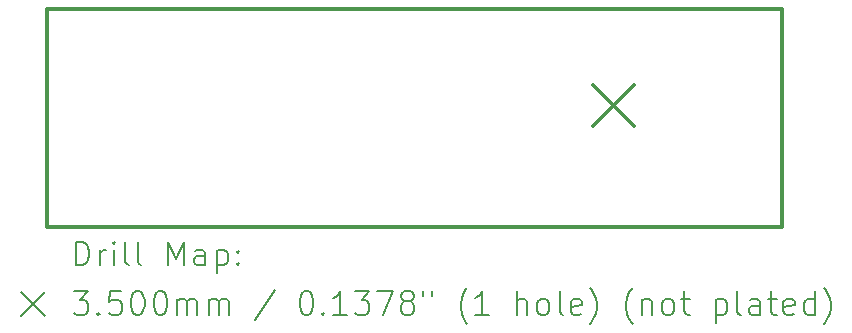
<source format=gbr>
%TF.GenerationSoftware,KiCad,Pcbnew,9.0.6*%
%TF.CreationDate,2025-11-17T11:05:30-05:00*%
%TF.ProjectId,vldo,766c646f-2e6b-4696-9361-645f70636258,0.1*%
%TF.SameCoordinates,Original*%
%TF.FileFunction,Drillmap*%
%TF.FilePolarity,Positive*%
%FSLAX45Y45*%
G04 Gerber Fmt 4.5, Leading zero omitted, Abs format (unit mm)*
G04 Created by KiCad (PCBNEW 9.0.6) date 2025-11-17 11:05:30*
%MOMM*%
%LPD*%
G01*
G04 APERTURE LIST*
%ADD10C,0.304800*%
%ADD11C,0.200000*%
%ADD12C,0.350000*%
G04 APERTURE END LIST*
D10*
X10731500Y-6858000D02*
X16954500Y-6858000D01*
X16954500Y-8699500D01*
X10731500Y-8699500D01*
X10731500Y-6858000D01*
D11*
D12*
X15354475Y-7495800D02*
X15704475Y-7845800D01*
X15704475Y-7495800D02*
X15354475Y-7845800D01*
D11*
X10977037Y-9026224D02*
X10977037Y-8826224D01*
X10977037Y-8826224D02*
X11024656Y-8826224D01*
X11024656Y-8826224D02*
X11053227Y-8835748D01*
X11053227Y-8835748D02*
X11072275Y-8854795D01*
X11072275Y-8854795D02*
X11081799Y-8873843D01*
X11081799Y-8873843D02*
X11091323Y-8911938D01*
X11091323Y-8911938D02*
X11091323Y-8940510D01*
X11091323Y-8940510D02*
X11081799Y-8978605D01*
X11081799Y-8978605D02*
X11072275Y-8997652D01*
X11072275Y-8997652D02*
X11053227Y-9016700D01*
X11053227Y-9016700D02*
X11024656Y-9026224D01*
X11024656Y-9026224D02*
X10977037Y-9026224D01*
X11177037Y-9026224D02*
X11177037Y-8892890D01*
X11177037Y-8930986D02*
X11186561Y-8911938D01*
X11186561Y-8911938D02*
X11196084Y-8902414D01*
X11196084Y-8902414D02*
X11215132Y-8892890D01*
X11215132Y-8892890D02*
X11234180Y-8892890D01*
X11300846Y-9026224D02*
X11300846Y-8892890D01*
X11300846Y-8826224D02*
X11291322Y-8835748D01*
X11291322Y-8835748D02*
X11300846Y-8845271D01*
X11300846Y-8845271D02*
X11310370Y-8835748D01*
X11310370Y-8835748D02*
X11300846Y-8826224D01*
X11300846Y-8826224D02*
X11300846Y-8845271D01*
X11424656Y-9026224D02*
X11405608Y-9016700D01*
X11405608Y-9016700D02*
X11396084Y-8997652D01*
X11396084Y-8997652D02*
X11396084Y-8826224D01*
X11529418Y-9026224D02*
X11510370Y-9016700D01*
X11510370Y-9016700D02*
X11500846Y-8997652D01*
X11500846Y-8997652D02*
X11500846Y-8826224D01*
X11757989Y-9026224D02*
X11757989Y-8826224D01*
X11757989Y-8826224D02*
X11824656Y-8969081D01*
X11824656Y-8969081D02*
X11891322Y-8826224D01*
X11891322Y-8826224D02*
X11891322Y-9026224D01*
X12072275Y-9026224D02*
X12072275Y-8921462D01*
X12072275Y-8921462D02*
X12062751Y-8902414D01*
X12062751Y-8902414D02*
X12043703Y-8892890D01*
X12043703Y-8892890D02*
X12005608Y-8892890D01*
X12005608Y-8892890D02*
X11986561Y-8902414D01*
X12072275Y-9016700D02*
X12053227Y-9026224D01*
X12053227Y-9026224D02*
X12005608Y-9026224D01*
X12005608Y-9026224D02*
X11986561Y-9016700D01*
X11986561Y-9016700D02*
X11977037Y-8997652D01*
X11977037Y-8997652D02*
X11977037Y-8978605D01*
X11977037Y-8978605D02*
X11986561Y-8959557D01*
X11986561Y-8959557D02*
X12005608Y-8950033D01*
X12005608Y-8950033D02*
X12053227Y-8950033D01*
X12053227Y-8950033D02*
X12072275Y-8940510D01*
X12167513Y-8892890D02*
X12167513Y-9092890D01*
X12167513Y-8902414D02*
X12186561Y-8892890D01*
X12186561Y-8892890D02*
X12224656Y-8892890D01*
X12224656Y-8892890D02*
X12243703Y-8902414D01*
X12243703Y-8902414D02*
X12253227Y-8911938D01*
X12253227Y-8911938D02*
X12262751Y-8930986D01*
X12262751Y-8930986D02*
X12262751Y-8988129D01*
X12262751Y-8988129D02*
X12253227Y-9007176D01*
X12253227Y-9007176D02*
X12243703Y-9016700D01*
X12243703Y-9016700D02*
X12224656Y-9026224D01*
X12224656Y-9026224D02*
X12186561Y-9026224D01*
X12186561Y-9026224D02*
X12167513Y-9016700D01*
X12348465Y-9007176D02*
X12357989Y-9016700D01*
X12357989Y-9016700D02*
X12348465Y-9026224D01*
X12348465Y-9026224D02*
X12338942Y-9016700D01*
X12338942Y-9016700D02*
X12348465Y-9007176D01*
X12348465Y-9007176D02*
X12348465Y-9026224D01*
X12348465Y-8902414D02*
X12357989Y-8911938D01*
X12357989Y-8911938D02*
X12348465Y-8921462D01*
X12348465Y-8921462D02*
X12338942Y-8911938D01*
X12338942Y-8911938D02*
X12348465Y-8902414D01*
X12348465Y-8902414D02*
X12348465Y-8921462D01*
X10516260Y-9254740D02*
X10716260Y-9454740D01*
X10716260Y-9254740D02*
X10516260Y-9454740D01*
X10957989Y-9246224D02*
X11081799Y-9246224D01*
X11081799Y-9246224D02*
X11015132Y-9322414D01*
X11015132Y-9322414D02*
X11043704Y-9322414D01*
X11043704Y-9322414D02*
X11062751Y-9331938D01*
X11062751Y-9331938D02*
X11072275Y-9341462D01*
X11072275Y-9341462D02*
X11081799Y-9360510D01*
X11081799Y-9360510D02*
X11081799Y-9408129D01*
X11081799Y-9408129D02*
X11072275Y-9427176D01*
X11072275Y-9427176D02*
X11062751Y-9436700D01*
X11062751Y-9436700D02*
X11043704Y-9446224D01*
X11043704Y-9446224D02*
X10986561Y-9446224D01*
X10986561Y-9446224D02*
X10967513Y-9436700D01*
X10967513Y-9436700D02*
X10957989Y-9427176D01*
X11167513Y-9427176D02*
X11177037Y-9436700D01*
X11177037Y-9436700D02*
X11167513Y-9446224D01*
X11167513Y-9446224D02*
X11157989Y-9436700D01*
X11157989Y-9436700D02*
X11167513Y-9427176D01*
X11167513Y-9427176D02*
X11167513Y-9446224D01*
X11357989Y-9246224D02*
X11262751Y-9246224D01*
X11262751Y-9246224D02*
X11253227Y-9341462D01*
X11253227Y-9341462D02*
X11262751Y-9331938D01*
X11262751Y-9331938D02*
X11281799Y-9322414D01*
X11281799Y-9322414D02*
X11329418Y-9322414D01*
X11329418Y-9322414D02*
X11348465Y-9331938D01*
X11348465Y-9331938D02*
X11357989Y-9341462D01*
X11357989Y-9341462D02*
X11367513Y-9360510D01*
X11367513Y-9360510D02*
X11367513Y-9408129D01*
X11367513Y-9408129D02*
X11357989Y-9427176D01*
X11357989Y-9427176D02*
X11348465Y-9436700D01*
X11348465Y-9436700D02*
X11329418Y-9446224D01*
X11329418Y-9446224D02*
X11281799Y-9446224D01*
X11281799Y-9446224D02*
X11262751Y-9436700D01*
X11262751Y-9436700D02*
X11253227Y-9427176D01*
X11491322Y-9246224D02*
X11510370Y-9246224D01*
X11510370Y-9246224D02*
X11529418Y-9255748D01*
X11529418Y-9255748D02*
X11538942Y-9265271D01*
X11538942Y-9265271D02*
X11548465Y-9284319D01*
X11548465Y-9284319D02*
X11557989Y-9322414D01*
X11557989Y-9322414D02*
X11557989Y-9370033D01*
X11557989Y-9370033D02*
X11548465Y-9408129D01*
X11548465Y-9408129D02*
X11538942Y-9427176D01*
X11538942Y-9427176D02*
X11529418Y-9436700D01*
X11529418Y-9436700D02*
X11510370Y-9446224D01*
X11510370Y-9446224D02*
X11491322Y-9446224D01*
X11491322Y-9446224D02*
X11472275Y-9436700D01*
X11472275Y-9436700D02*
X11462751Y-9427176D01*
X11462751Y-9427176D02*
X11453227Y-9408129D01*
X11453227Y-9408129D02*
X11443703Y-9370033D01*
X11443703Y-9370033D02*
X11443703Y-9322414D01*
X11443703Y-9322414D02*
X11453227Y-9284319D01*
X11453227Y-9284319D02*
X11462751Y-9265271D01*
X11462751Y-9265271D02*
X11472275Y-9255748D01*
X11472275Y-9255748D02*
X11491322Y-9246224D01*
X11681799Y-9246224D02*
X11700846Y-9246224D01*
X11700846Y-9246224D02*
X11719894Y-9255748D01*
X11719894Y-9255748D02*
X11729418Y-9265271D01*
X11729418Y-9265271D02*
X11738942Y-9284319D01*
X11738942Y-9284319D02*
X11748465Y-9322414D01*
X11748465Y-9322414D02*
X11748465Y-9370033D01*
X11748465Y-9370033D02*
X11738942Y-9408129D01*
X11738942Y-9408129D02*
X11729418Y-9427176D01*
X11729418Y-9427176D02*
X11719894Y-9436700D01*
X11719894Y-9436700D02*
X11700846Y-9446224D01*
X11700846Y-9446224D02*
X11681799Y-9446224D01*
X11681799Y-9446224D02*
X11662751Y-9436700D01*
X11662751Y-9436700D02*
X11653227Y-9427176D01*
X11653227Y-9427176D02*
X11643703Y-9408129D01*
X11643703Y-9408129D02*
X11634180Y-9370033D01*
X11634180Y-9370033D02*
X11634180Y-9322414D01*
X11634180Y-9322414D02*
X11643703Y-9284319D01*
X11643703Y-9284319D02*
X11653227Y-9265271D01*
X11653227Y-9265271D02*
X11662751Y-9255748D01*
X11662751Y-9255748D02*
X11681799Y-9246224D01*
X11834180Y-9446224D02*
X11834180Y-9312890D01*
X11834180Y-9331938D02*
X11843703Y-9322414D01*
X11843703Y-9322414D02*
X11862751Y-9312890D01*
X11862751Y-9312890D02*
X11891323Y-9312890D01*
X11891323Y-9312890D02*
X11910370Y-9322414D01*
X11910370Y-9322414D02*
X11919894Y-9341462D01*
X11919894Y-9341462D02*
X11919894Y-9446224D01*
X11919894Y-9341462D02*
X11929418Y-9322414D01*
X11929418Y-9322414D02*
X11948465Y-9312890D01*
X11948465Y-9312890D02*
X11977037Y-9312890D01*
X11977037Y-9312890D02*
X11996084Y-9322414D01*
X11996084Y-9322414D02*
X12005608Y-9341462D01*
X12005608Y-9341462D02*
X12005608Y-9446224D01*
X12100846Y-9446224D02*
X12100846Y-9312890D01*
X12100846Y-9331938D02*
X12110370Y-9322414D01*
X12110370Y-9322414D02*
X12129418Y-9312890D01*
X12129418Y-9312890D02*
X12157989Y-9312890D01*
X12157989Y-9312890D02*
X12177037Y-9322414D01*
X12177037Y-9322414D02*
X12186561Y-9341462D01*
X12186561Y-9341462D02*
X12186561Y-9446224D01*
X12186561Y-9341462D02*
X12196084Y-9322414D01*
X12196084Y-9322414D02*
X12215132Y-9312890D01*
X12215132Y-9312890D02*
X12243703Y-9312890D01*
X12243703Y-9312890D02*
X12262751Y-9322414D01*
X12262751Y-9322414D02*
X12272275Y-9341462D01*
X12272275Y-9341462D02*
X12272275Y-9446224D01*
X12662751Y-9236700D02*
X12491323Y-9493843D01*
X12919894Y-9246224D02*
X12938942Y-9246224D01*
X12938942Y-9246224D02*
X12957989Y-9255748D01*
X12957989Y-9255748D02*
X12967513Y-9265271D01*
X12967513Y-9265271D02*
X12977037Y-9284319D01*
X12977037Y-9284319D02*
X12986561Y-9322414D01*
X12986561Y-9322414D02*
X12986561Y-9370033D01*
X12986561Y-9370033D02*
X12977037Y-9408129D01*
X12977037Y-9408129D02*
X12967513Y-9427176D01*
X12967513Y-9427176D02*
X12957989Y-9436700D01*
X12957989Y-9436700D02*
X12938942Y-9446224D01*
X12938942Y-9446224D02*
X12919894Y-9446224D01*
X12919894Y-9446224D02*
X12900846Y-9436700D01*
X12900846Y-9436700D02*
X12891323Y-9427176D01*
X12891323Y-9427176D02*
X12881799Y-9408129D01*
X12881799Y-9408129D02*
X12872275Y-9370033D01*
X12872275Y-9370033D02*
X12872275Y-9322414D01*
X12872275Y-9322414D02*
X12881799Y-9284319D01*
X12881799Y-9284319D02*
X12891323Y-9265271D01*
X12891323Y-9265271D02*
X12900846Y-9255748D01*
X12900846Y-9255748D02*
X12919894Y-9246224D01*
X13072275Y-9427176D02*
X13081799Y-9436700D01*
X13081799Y-9436700D02*
X13072275Y-9446224D01*
X13072275Y-9446224D02*
X13062751Y-9436700D01*
X13062751Y-9436700D02*
X13072275Y-9427176D01*
X13072275Y-9427176D02*
X13072275Y-9446224D01*
X13272275Y-9446224D02*
X13157989Y-9446224D01*
X13215132Y-9446224D02*
X13215132Y-9246224D01*
X13215132Y-9246224D02*
X13196085Y-9274795D01*
X13196085Y-9274795D02*
X13177037Y-9293843D01*
X13177037Y-9293843D02*
X13157989Y-9303367D01*
X13338942Y-9246224D02*
X13462751Y-9246224D01*
X13462751Y-9246224D02*
X13396085Y-9322414D01*
X13396085Y-9322414D02*
X13424656Y-9322414D01*
X13424656Y-9322414D02*
X13443704Y-9331938D01*
X13443704Y-9331938D02*
X13453227Y-9341462D01*
X13453227Y-9341462D02*
X13462751Y-9360510D01*
X13462751Y-9360510D02*
X13462751Y-9408129D01*
X13462751Y-9408129D02*
X13453227Y-9427176D01*
X13453227Y-9427176D02*
X13443704Y-9436700D01*
X13443704Y-9436700D02*
X13424656Y-9446224D01*
X13424656Y-9446224D02*
X13367513Y-9446224D01*
X13367513Y-9446224D02*
X13348466Y-9436700D01*
X13348466Y-9436700D02*
X13338942Y-9427176D01*
X13529418Y-9246224D02*
X13662751Y-9246224D01*
X13662751Y-9246224D02*
X13577037Y-9446224D01*
X13767513Y-9331938D02*
X13748466Y-9322414D01*
X13748466Y-9322414D02*
X13738942Y-9312890D01*
X13738942Y-9312890D02*
X13729418Y-9293843D01*
X13729418Y-9293843D02*
X13729418Y-9284319D01*
X13729418Y-9284319D02*
X13738942Y-9265271D01*
X13738942Y-9265271D02*
X13748466Y-9255748D01*
X13748466Y-9255748D02*
X13767513Y-9246224D01*
X13767513Y-9246224D02*
X13805608Y-9246224D01*
X13805608Y-9246224D02*
X13824656Y-9255748D01*
X13824656Y-9255748D02*
X13834180Y-9265271D01*
X13834180Y-9265271D02*
X13843704Y-9284319D01*
X13843704Y-9284319D02*
X13843704Y-9293843D01*
X13843704Y-9293843D02*
X13834180Y-9312890D01*
X13834180Y-9312890D02*
X13824656Y-9322414D01*
X13824656Y-9322414D02*
X13805608Y-9331938D01*
X13805608Y-9331938D02*
X13767513Y-9331938D01*
X13767513Y-9331938D02*
X13748466Y-9341462D01*
X13748466Y-9341462D02*
X13738942Y-9350986D01*
X13738942Y-9350986D02*
X13729418Y-9370033D01*
X13729418Y-9370033D02*
X13729418Y-9408129D01*
X13729418Y-9408129D02*
X13738942Y-9427176D01*
X13738942Y-9427176D02*
X13748466Y-9436700D01*
X13748466Y-9436700D02*
X13767513Y-9446224D01*
X13767513Y-9446224D02*
X13805608Y-9446224D01*
X13805608Y-9446224D02*
X13824656Y-9436700D01*
X13824656Y-9436700D02*
X13834180Y-9427176D01*
X13834180Y-9427176D02*
X13843704Y-9408129D01*
X13843704Y-9408129D02*
X13843704Y-9370033D01*
X13843704Y-9370033D02*
X13834180Y-9350986D01*
X13834180Y-9350986D02*
X13824656Y-9341462D01*
X13824656Y-9341462D02*
X13805608Y-9331938D01*
X13919894Y-9246224D02*
X13919894Y-9284319D01*
X13996085Y-9246224D02*
X13996085Y-9284319D01*
X14291323Y-9522414D02*
X14281799Y-9512890D01*
X14281799Y-9512890D02*
X14262751Y-9484319D01*
X14262751Y-9484319D02*
X14253228Y-9465271D01*
X14253228Y-9465271D02*
X14243704Y-9436700D01*
X14243704Y-9436700D02*
X14234180Y-9389081D01*
X14234180Y-9389081D02*
X14234180Y-9350986D01*
X14234180Y-9350986D02*
X14243704Y-9303367D01*
X14243704Y-9303367D02*
X14253228Y-9274795D01*
X14253228Y-9274795D02*
X14262751Y-9255748D01*
X14262751Y-9255748D02*
X14281799Y-9227176D01*
X14281799Y-9227176D02*
X14291323Y-9217652D01*
X14472275Y-9446224D02*
X14357989Y-9446224D01*
X14415132Y-9446224D02*
X14415132Y-9246224D01*
X14415132Y-9246224D02*
X14396085Y-9274795D01*
X14396085Y-9274795D02*
X14377037Y-9293843D01*
X14377037Y-9293843D02*
X14357989Y-9303367D01*
X14710370Y-9446224D02*
X14710370Y-9246224D01*
X14796085Y-9446224D02*
X14796085Y-9341462D01*
X14796085Y-9341462D02*
X14786561Y-9322414D01*
X14786561Y-9322414D02*
X14767513Y-9312890D01*
X14767513Y-9312890D02*
X14738942Y-9312890D01*
X14738942Y-9312890D02*
X14719894Y-9322414D01*
X14719894Y-9322414D02*
X14710370Y-9331938D01*
X14919894Y-9446224D02*
X14900847Y-9436700D01*
X14900847Y-9436700D02*
X14891323Y-9427176D01*
X14891323Y-9427176D02*
X14881799Y-9408129D01*
X14881799Y-9408129D02*
X14881799Y-9350986D01*
X14881799Y-9350986D02*
X14891323Y-9331938D01*
X14891323Y-9331938D02*
X14900847Y-9322414D01*
X14900847Y-9322414D02*
X14919894Y-9312890D01*
X14919894Y-9312890D02*
X14948466Y-9312890D01*
X14948466Y-9312890D02*
X14967513Y-9322414D01*
X14967513Y-9322414D02*
X14977037Y-9331938D01*
X14977037Y-9331938D02*
X14986561Y-9350986D01*
X14986561Y-9350986D02*
X14986561Y-9408129D01*
X14986561Y-9408129D02*
X14977037Y-9427176D01*
X14977037Y-9427176D02*
X14967513Y-9436700D01*
X14967513Y-9436700D02*
X14948466Y-9446224D01*
X14948466Y-9446224D02*
X14919894Y-9446224D01*
X15100847Y-9446224D02*
X15081799Y-9436700D01*
X15081799Y-9436700D02*
X15072275Y-9417652D01*
X15072275Y-9417652D02*
X15072275Y-9246224D01*
X15253228Y-9436700D02*
X15234180Y-9446224D01*
X15234180Y-9446224D02*
X15196085Y-9446224D01*
X15196085Y-9446224D02*
X15177037Y-9436700D01*
X15177037Y-9436700D02*
X15167513Y-9417652D01*
X15167513Y-9417652D02*
X15167513Y-9341462D01*
X15167513Y-9341462D02*
X15177037Y-9322414D01*
X15177037Y-9322414D02*
X15196085Y-9312890D01*
X15196085Y-9312890D02*
X15234180Y-9312890D01*
X15234180Y-9312890D02*
X15253228Y-9322414D01*
X15253228Y-9322414D02*
X15262751Y-9341462D01*
X15262751Y-9341462D02*
X15262751Y-9360510D01*
X15262751Y-9360510D02*
X15167513Y-9379557D01*
X15329418Y-9522414D02*
X15338942Y-9512890D01*
X15338942Y-9512890D02*
X15357990Y-9484319D01*
X15357990Y-9484319D02*
X15367513Y-9465271D01*
X15367513Y-9465271D02*
X15377037Y-9436700D01*
X15377037Y-9436700D02*
X15386561Y-9389081D01*
X15386561Y-9389081D02*
X15386561Y-9350986D01*
X15386561Y-9350986D02*
X15377037Y-9303367D01*
X15377037Y-9303367D02*
X15367513Y-9274795D01*
X15367513Y-9274795D02*
X15357990Y-9255748D01*
X15357990Y-9255748D02*
X15338942Y-9227176D01*
X15338942Y-9227176D02*
X15329418Y-9217652D01*
X15691323Y-9522414D02*
X15681799Y-9512890D01*
X15681799Y-9512890D02*
X15662751Y-9484319D01*
X15662751Y-9484319D02*
X15653228Y-9465271D01*
X15653228Y-9465271D02*
X15643704Y-9436700D01*
X15643704Y-9436700D02*
X15634180Y-9389081D01*
X15634180Y-9389081D02*
X15634180Y-9350986D01*
X15634180Y-9350986D02*
X15643704Y-9303367D01*
X15643704Y-9303367D02*
X15653228Y-9274795D01*
X15653228Y-9274795D02*
X15662751Y-9255748D01*
X15662751Y-9255748D02*
X15681799Y-9227176D01*
X15681799Y-9227176D02*
X15691323Y-9217652D01*
X15767513Y-9312890D02*
X15767513Y-9446224D01*
X15767513Y-9331938D02*
X15777037Y-9322414D01*
X15777037Y-9322414D02*
X15796085Y-9312890D01*
X15796085Y-9312890D02*
X15824656Y-9312890D01*
X15824656Y-9312890D02*
X15843704Y-9322414D01*
X15843704Y-9322414D02*
X15853228Y-9341462D01*
X15853228Y-9341462D02*
X15853228Y-9446224D01*
X15977037Y-9446224D02*
X15957990Y-9436700D01*
X15957990Y-9436700D02*
X15948466Y-9427176D01*
X15948466Y-9427176D02*
X15938942Y-9408129D01*
X15938942Y-9408129D02*
X15938942Y-9350986D01*
X15938942Y-9350986D02*
X15948466Y-9331938D01*
X15948466Y-9331938D02*
X15957990Y-9322414D01*
X15957990Y-9322414D02*
X15977037Y-9312890D01*
X15977037Y-9312890D02*
X16005609Y-9312890D01*
X16005609Y-9312890D02*
X16024656Y-9322414D01*
X16024656Y-9322414D02*
X16034180Y-9331938D01*
X16034180Y-9331938D02*
X16043704Y-9350986D01*
X16043704Y-9350986D02*
X16043704Y-9408129D01*
X16043704Y-9408129D02*
X16034180Y-9427176D01*
X16034180Y-9427176D02*
X16024656Y-9436700D01*
X16024656Y-9436700D02*
X16005609Y-9446224D01*
X16005609Y-9446224D02*
X15977037Y-9446224D01*
X16100847Y-9312890D02*
X16177037Y-9312890D01*
X16129418Y-9246224D02*
X16129418Y-9417652D01*
X16129418Y-9417652D02*
X16138942Y-9436700D01*
X16138942Y-9436700D02*
X16157990Y-9446224D01*
X16157990Y-9446224D02*
X16177037Y-9446224D01*
X16396085Y-9312890D02*
X16396085Y-9512890D01*
X16396085Y-9322414D02*
X16415132Y-9312890D01*
X16415132Y-9312890D02*
X16453228Y-9312890D01*
X16453228Y-9312890D02*
X16472275Y-9322414D01*
X16472275Y-9322414D02*
X16481799Y-9331938D01*
X16481799Y-9331938D02*
X16491323Y-9350986D01*
X16491323Y-9350986D02*
X16491323Y-9408129D01*
X16491323Y-9408129D02*
X16481799Y-9427176D01*
X16481799Y-9427176D02*
X16472275Y-9436700D01*
X16472275Y-9436700D02*
X16453228Y-9446224D01*
X16453228Y-9446224D02*
X16415132Y-9446224D01*
X16415132Y-9446224D02*
X16396085Y-9436700D01*
X16605609Y-9446224D02*
X16586561Y-9436700D01*
X16586561Y-9436700D02*
X16577037Y-9417652D01*
X16577037Y-9417652D02*
X16577037Y-9246224D01*
X16767513Y-9446224D02*
X16767513Y-9341462D01*
X16767513Y-9341462D02*
X16757990Y-9322414D01*
X16757990Y-9322414D02*
X16738942Y-9312890D01*
X16738942Y-9312890D02*
X16700847Y-9312890D01*
X16700847Y-9312890D02*
X16681799Y-9322414D01*
X16767513Y-9436700D02*
X16748466Y-9446224D01*
X16748466Y-9446224D02*
X16700847Y-9446224D01*
X16700847Y-9446224D02*
X16681799Y-9436700D01*
X16681799Y-9436700D02*
X16672275Y-9417652D01*
X16672275Y-9417652D02*
X16672275Y-9398605D01*
X16672275Y-9398605D02*
X16681799Y-9379557D01*
X16681799Y-9379557D02*
X16700847Y-9370033D01*
X16700847Y-9370033D02*
X16748466Y-9370033D01*
X16748466Y-9370033D02*
X16767513Y-9360510D01*
X16834180Y-9312890D02*
X16910371Y-9312890D01*
X16862752Y-9246224D02*
X16862752Y-9417652D01*
X16862752Y-9417652D02*
X16872275Y-9436700D01*
X16872275Y-9436700D02*
X16891323Y-9446224D01*
X16891323Y-9446224D02*
X16910371Y-9446224D01*
X17053228Y-9436700D02*
X17034180Y-9446224D01*
X17034180Y-9446224D02*
X16996085Y-9446224D01*
X16996085Y-9446224D02*
X16977037Y-9436700D01*
X16977037Y-9436700D02*
X16967514Y-9417652D01*
X16967514Y-9417652D02*
X16967514Y-9341462D01*
X16967514Y-9341462D02*
X16977037Y-9322414D01*
X16977037Y-9322414D02*
X16996085Y-9312890D01*
X16996085Y-9312890D02*
X17034180Y-9312890D01*
X17034180Y-9312890D02*
X17053228Y-9322414D01*
X17053228Y-9322414D02*
X17062752Y-9341462D01*
X17062752Y-9341462D02*
X17062752Y-9360510D01*
X17062752Y-9360510D02*
X16967514Y-9379557D01*
X17234180Y-9446224D02*
X17234180Y-9246224D01*
X17234180Y-9436700D02*
X17215133Y-9446224D01*
X17215133Y-9446224D02*
X17177037Y-9446224D01*
X17177037Y-9446224D02*
X17157990Y-9436700D01*
X17157990Y-9436700D02*
X17148466Y-9427176D01*
X17148466Y-9427176D02*
X17138942Y-9408129D01*
X17138942Y-9408129D02*
X17138942Y-9350986D01*
X17138942Y-9350986D02*
X17148466Y-9331938D01*
X17148466Y-9331938D02*
X17157990Y-9322414D01*
X17157990Y-9322414D02*
X17177037Y-9312890D01*
X17177037Y-9312890D02*
X17215133Y-9312890D01*
X17215133Y-9312890D02*
X17234180Y-9322414D01*
X17310371Y-9522414D02*
X17319895Y-9512890D01*
X17319895Y-9512890D02*
X17338942Y-9484319D01*
X17338942Y-9484319D02*
X17348466Y-9465271D01*
X17348466Y-9465271D02*
X17357990Y-9436700D01*
X17357990Y-9436700D02*
X17367514Y-9389081D01*
X17367514Y-9389081D02*
X17367514Y-9350986D01*
X17367514Y-9350986D02*
X17357990Y-9303367D01*
X17357990Y-9303367D02*
X17348466Y-9274795D01*
X17348466Y-9274795D02*
X17338942Y-9255748D01*
X17338942Y-9255748D02*
X17319895Y-9227176D01*
X17319895Y-9227176D02*
X17310371Y-9217652D01*
M02*

</source>
